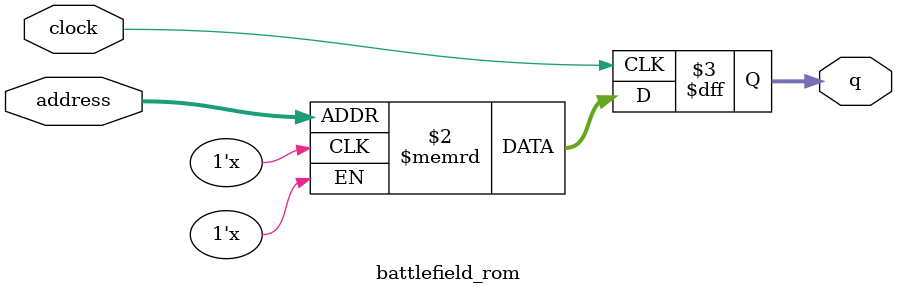
<source format=sv>
module battlefield_rom (
	input logic clock,
	input logic [16:0] address,
	output logic [3:0] q
);

logic [3:0] memory [0:76799] /* synthesis ram_init_file = "battlefield.mif" */;

always_ff @ (posedge clock) begin
	q <= memory[address];
end

endmodule

</source>
